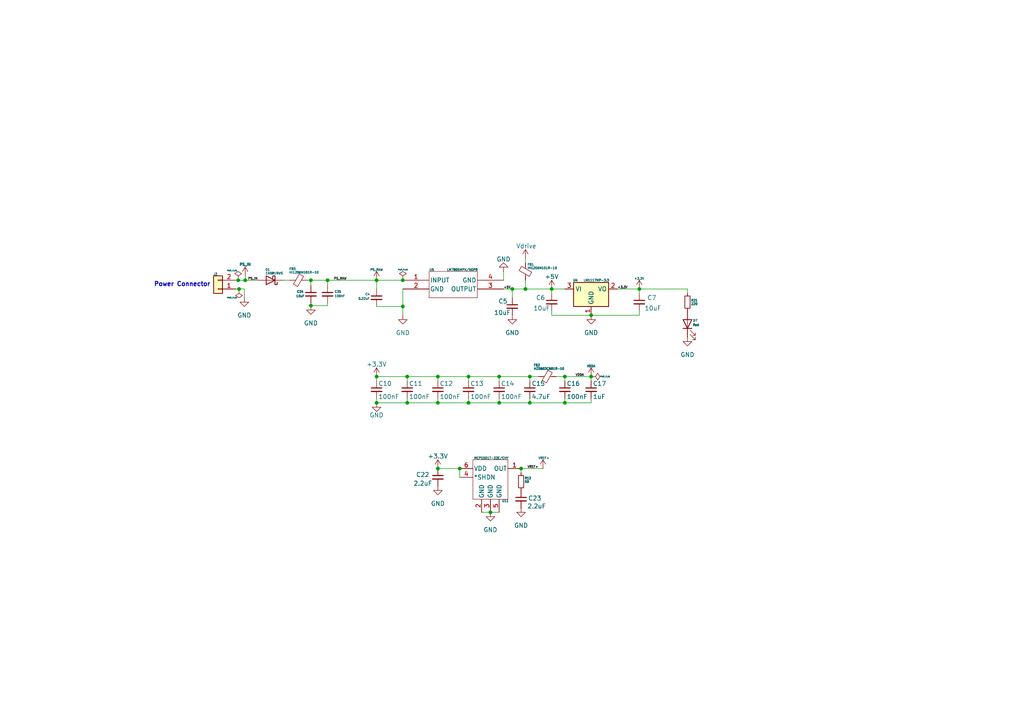
<source format=kicad_sch>
(kicad_sch (version 20250114) (generator "eeschema") (generator_version "9.0")
  (paper "A4")
  (lib_symbols
    (symbol "Connector_Generic:Conn_01x02" (pin_names (offset 1.016) (hide yes))
      (property "Reference" "J" (at 0 2.54 0))
      (property "Value" "Conn_01x02" (at 0 -5.08 0))
      (symbol "Conn_01x02_1_1"
        (rectangle (start -1.27 1.27) (end 1.27 -3.81) (stroke (width 0.254)) (fill (type background)))
        (rectangle (start -1.27 0.127) (end 0 -0.127) (stroke (width 0.1524)))
        (rectangle (start -1.27 -2.413) (end 0 -2.667) (stroke (width 0.1524)))
        (pin passive line (at -5.08 0 0) (length 3.81) (name "Pin_1") (number "1"))
        (pin passive line (at -5.08 -2.54 0) (length 3.81) (name "Pin_2") (number "2"))
      )
    )
    (symbol "Device:C_Small" (pin_numbers (hide yes)) (pin_names (offset 0.254) (hide yes))
      (property "Reference" "C" (at 0.254 1.778 0))
      (property "Value" "C_Small" (at 0.254 -2.032 0))
      (symbol "C_Small_0_1"
        (polyline (pts (xy -1.524 0.508) (xy 1.524 0.508)) (stroke (width 0.3048)))
        (polyline (pts (xy -1.524 -0.508) (xy 1.524 -0.508)) (stroke (width 0.3302)))
      )
      (symbol "C_Small_1_1"
        (pin passive line (at 0 2.54 270) (length 2.032) (name "~") (number "1"))
        (pin passive line (at 0 -2.54 90) (length 2.032) (name "~") (number "2"))
      )
    )
    (symbol "Device:FerriteBead_Small" (pin_numbers (hide yes)) (pin_names (offset 0))
      (property "Reference" "FB" (at 1.905 1.27 0))
      (property "Value" "FerriteBead_Small" (at 1.905 -1.27 0))
      (symbol "FerriteBead_Small_0_1"
        (polyline (pts (xy -1.8288 0.2794) (xy -1.1176 1.4986) (xy 1.8288 -0.2032) (xy 1.1176 -1.4224) (xy -1.8288 0.2794)))
        (polyline (pts (xy 0 0.889) (xy 0 1.2954)))
        (polyline (pts (xy 0 -1.27) (xy 0 -0.7874)))
      )
      (symbol "FerriteBead_Small_1_1"
        (pin passive line (at 0 2.54 270) (length 1.27) (name "~") (number "1"))
        (pin passive line (at 0 -2.54 90) (length 1.27) (name "~") (number "2"))
      )
    )
    (symbol "Device:LED" (pin_numbers (hide yes)) (pin_names (offset 1.016) (hide yes))
      (property "Reference" "D" (at 0 2.54 0))
      (property "Value" "LED" (at 0 -2.54 0))
      (symbol "LED_0_1"
        (polyline (pts (xy -3.048 -0.762) (xy -4.572 -2.286) (xy -3.81 -2.286) (xy -4.572 -2.286) (xy -4.572 -1.524)))
        (polyline (pts (xy -1.778 -0.762) (xy -3.302 -2.286) (xy -2.54 -2.286) (xy -3.302 -2.286) (xy -3.302 -1.524)))
        (polyline (pts (xy -1.27 0) (xy 1.27 0)))
        (polyline (pts (xy -1.27 -1.27) (xy -1.27 1.27)) (stroke (width 0.254)))
        (polyline (pts (xy 1.27 -1.27) (xy 1.27 1.27) (xy -1.27 0) (xy 1.27 -1.27)) (stroke (width 0.254)))
      )
      (symbol "LED_1_1"
        (pin passive line (at -3.81 0 0) (length 2.54) (name "K") (number "1"))
        (pin passive line (at 3.81 0 180) (length 2.54) (name "A") (number "2"))
      )
    )
    (symbol "Device:R_Small" (pin_numbers (hide yes)) (pin_names (offset 0.254) (hide yes))
      (property "Reference" "R" (at 0.762 0.508 0))
      (property "Value" "R_Small" (at 0.762 -1.016 0))
      (symbol "R_Small_0_1"
        (rectangle (start -0.762 1.778) (end 0.762 -1.778) (stroke (width 0.2032)))
      )
      (symbol "R_Small_1_1"
        (pin passive line (at 0 2.54 270) (length 0.762) (name "~") (number "1"))
        (pin passive line (at 0 -2.54 90) (length 0.762) (name "~") (number "2"))
      )
    )
    (symbol "Diode:1N5819WS" (pin_numbers (hide yes)) (pin_names (offset 1.016) (hide yes))
      (property "Reference" "D" (at 0 2.54 0))
      (property "Value" "1N5819WS" (at 0 -2.54 0))
      (symbol "1N5819WS_0_1"
        (polyline (pts (xy -1.905 0.635) (xy -1.905 1.27) (xy -1.27 1.27) (xy -1.27 -1.27) (xy -0.635 -1.27) (xy -0.635 -0.635)) (stroke (width 0.254)))
        (polyline (pts (xy 1.27 1.27) (xy 1.27 -1.27) (xy -1.27 0) (xy 1.27 1.27)) (stroke (width 0.254)))
        (polyline (pts (xy 1.27 0) (xy -1.27 0)))
      )
      (symbol "1N5819WS_1_1"
        (pin passive line (at -3.81 0 0) (length 2.54) (name "K") (number "1"))
        (pin passive line (at 3.81 0 180) (length 2.54) (name "A") (number "2"))
      )
    )
    (symbol "LM7805-SOT223:LM7805MPX_NOPB" (pin_names (offset 0.254))
      (property "Reference" "U5" (at 29.21 6.35 0))
      (property "Value" "LM7805MPX/NOPB" (at 29.21 3.81 0))
      (symbol "LM7805MPX_NOPB_0_1"
        (polyline (pts (xy 24.13 2.54) (xy 24.13 -5.08)) (stroke (width 0.127)))
        (polyline (pts (xy 24.13 -5.08) (xy 38.1 -5.08)) (stroke (width 0.127)))
        (polyline (pts (xy 38.1 2.54) (xy 24.13 2.54)) (stroke (width 0.127)))
        (polyline (pts (xy 38.1 -5.08) (xy 38.1 2.54)) (stroke (width 0.127)))
        (pin power_in line (at 16.51 -2.54 0) (length 7.62) (name "GND") (number "2"))
        (pin power_in line (at 45.72 0 180) (length 7.62) (name "GND") (number "4"))
      )
      (symbol "LM7805MPX_NOPB_1_1"
        (pin power_in line (at 16.51 0 0) (length 7.62) (name "INPUT") (number "1"))
        (pin power_out line (at 45.72 -2.54 180) (length 7.62) (name "OUTPUT") (number "3"))
      )
    )
    (symbol "MCP1501T-33E-CHY:MCP1501T-33E_CHY" (pin_names (offset 0.254))
      (property "Reference" "U16" (at 25.146 10.922 0))
      (property "Value" "MCP1501T-33E/CHY" (at 25.146 8.382 0))
      (symbol "MCP1501T-33E_CHY_0_1"
        (polyline (pts (xy 20.32 5.08) (xy 20.32 -6.35)) (stroke (width 0.127)))
        (polyline (pts (xy 20.32 -6.35) (xy 30.48 -6.35)) (stroke (width 0.127)))
        (polyline (pts (xy 30.48 5.08) (xy 20.32 5.08)) (stroke (width 0.127)))
        (polyline (pts (xy 30.48 -6.35) (xy 30.48 5.08)) (stroke (width 0.127)))
      )
      (symbol "MCP1501T-33E_CHY_1_1"
        (pin power_in line (at 16.51 2.54 0) (length 3.81) (name "VDD") (number "6"))
        (pin input line (at 16.51 0 0) (length 3.81) (name "*SHDN") (number "4"))
        (pin power_in line (at 22.86 -10.16 90) (length 3.81) (name "GND") (number "2"))
        (pin passive line (at 25.4 -10.16 90) (length 3.81) (name "GND") (number "3"))
        (pin passive line (at 27.94 -10.16 90) (length 3.81) (name "GND") (number "5"))
        (pin power_out line (at 34.29 2.54 180) (length 3.81) (name "OUT") (number "1"))
      )
    )
    (symbol "Regulator_Linear:LM1117MP-3.3"
      (property "Reference" "U" (at -3.81 3.175 0))
      (property "Value" "LM1117MP-3.3" (at 0 3.175 0))
      (symbol "LM1117MP-3.3_0_1"
        (rectangle (start -5.08 -5.08) (end 5.08 1.905) (stroke (width 0.254)) (fill (type background)))
      )
      (symbol "LM1117MP-3.3_1_1"
        (pin power_in line (at -7.62 0 0) (length 2.54) (name "VI") (number "3"))
        (pin power_in line (at 0 -7.62 90) (length 2.54) (name "GND") (number "1"))
        (pin power_out line (at 7.62 0 180) (length 2.54) (name "VO") (number "2"))
      )
    )
    (symbol "power:+3.3V" (power) (pin_numbers (hide yes)) (pin_names (offset 0) (hide yes))
      (property "Value" "+3.3V" (at 0 3.556 0))
      (symbol "+3.3V_0_1"
        (polyline (pts (xy -0.762 1.27) (xy 0 2.54)))
        (polyline (pts (xy 0 2.54) (xy 0.762 1.27)))
        (polyline (pts (xy 0 0) (xy 0 2.54)))
      )
      (symbol "+3.3V_1_1"
        (pin power_in line (at 0 0 90) (length 0) (name "~") (number "1"))
      )
    )
    (symbol "power:GND" (power) (pin_numbers (hide yes)) (pin_names (offset 0) (hide yes))
      (property "Value" "GND" (at 0 -3.81 0))
      (symbol "GND_0_1"
        (polyline (pts (xy 0 0) (xy 0 -1.27) (xy 1.27 -1.27) (xy 0 -2.54) (xy -1.27 -1.27) (xy 0 -1.27)))
      )
      (symbol "GND_1_1"
        (pin power_in line (at 0 0 270) (length 0) (name "~") (number "1"))
      )
    )
    (symbol "power:PWR_FLAG" (power) (pin_numbers (hide yes)) (pin_names (offset 0) (hide yes))
      (property "Value" "PWR_FLAG" (at 0 3.81 0))
      (symbol "PWR_FLAG_0_0"
        (pin power_out line (at 0 0 90) (length 0) (name "~") (number "1"))
      )
      (symbol "PWR_FLAG_0_1"
        (polyline (pts (xy 0 0) (xy 0 1.27) (xy -1.016 1.905) (xy 0 2.54) (xy 1.016 1.905) (xy 0 1.27)))
      )
    )
  )
  (text "Power Connector" (at 52.832 82.55 0) (effects (font (size 1.27 1.27) (thickness 0.254) (bold yes))))
  (junction (at 71.12 81.28))
  (junction (at 171.45 109.22))
  (junction (at 69.3301 83.82))
  (junction (at 160.02 83.82))
  (junction (at 94.996 81.28))
  (junction (at 148.59 83.82))
  (junction (at 118.11 116.84))
  (junction (at 127 109.22))
  (junction (at 118.11 109.22))
  (junction (at 135.89 116.84))
  (junction (at 109.22 109.22))
  (junction (at 127 116.84))
  (junction (at 109.22 81.28))
  (junction (at 151.13 135.89))
  (junction (at 90.17 88.646))
  (junction (at 153.67 116.84))
  (junction (at 163.83 116.84))
  (junction (at 69.088 81.28))
  (junction (at 127 135.89))
  (junction (at 185.42 83.82))
  (junction (at 116.84 88.9))
  (junction (at 109.22 116.84))
  (junction (at 144.78 109.22))
  (junction (at 163.83 109.22))
  (junction (at 116.84 81.28))
  (junction (at 133.35 135.89))
  (junction (at 152.4 83.82))
  (junction (at 90.17 81.28))
  (junction (at 135.89 109.22))
  (junction (at 144.78 116.84))
  (junction (at 153.67 109.22))
  (junction (at 171.45 91.44))
  (junction (at 142.24 148.59))
  (wire (pts (xy 68.326 83.82) (xy 69.3301 83.82)))
  (wire (pts (xy 127 109.22) (xy 135.89 109.22)))
  (wire (pts (xy 153.67 116.84) (xy 163.83 116.84)))
  (wire (pts (xy 148.59 83.82) (xy 152.4 83.82)))
  (wire (pts (xy 90.17 81.28) (xy 94.996 81.28)))
  (wire (pts (xy 160.02 90.17) (xy 160.02 91.44)))
  (wire (pts (xy 148.59 83.82) (xy 148.59 86.36)))
  (wire (pts (xy 185.42 91.44) (xy 171.45 91.44)))
  (wire (pts (xy 139.7 148.59) (xy 142.24 148.59)))
  (wire (pts (xy 109.22 88.9) (xy 116.84 88.9)))
  (wire (pts (xy 146.05 78.74) (xy 146.05 81.28)))
  (wire (pts (xy 71.12 80.01) (xy 71.12 81.28)))
  (wire (pts (xy 109.22 81.28) (xy 116.84 81.28)))
  (wire (pts (xy 163.83 109.22) (xy 161.29 109.22)))
  (wire (pts (xy 94.996 88.646) (xy 90.17 88.646)))
  (wire (pts (xy 68.326 81.28) (xy 69.088 81.28)))
  (wire (pts (xy 153.67 109.22) (xy 156.21 109.22)))
  (wire (pts (xy 171.45 110.49) (xy 171.45 109.22)))
  (wire (pts (xy 109.22 109.22) (xy 118.11 109.22)))
  (wire (pts (xy 160.02 83.82) (xy 163.83 83.82)))
  (wire (pts (xy 135.89 115.57) (xy 135.89 116.84)))
  (wire (pts (xy 142.24 148.59) (xy 144.78 148.59)))
  (wire (pts (xy 94.996 81.28) (xy 109.22 81.28)))
  (wire (pts (xy 153.67 109.22) (xy 153.67 110.49)))
  (wire (pts (xy 90.17 81.28) (xy 90.17 82.804)))
  (wire (pts (xy 109.22 110.49) (xy 109.22 109.22)))
  (wire (pts (xy 127 109.22) (xy 127 110.49)))
  (wire (pts (xy 152.4 81.28) (xy 152.4 83.82)))
  (wire (pts (xy 152.4 74.93) (xy 152.4 76.2)))
  (wire (pts (xy 116.84 88.9) (xy 116.84 91.44)))
  (wire (pts (xy 146.05 83.82) (xy 148.59 83.82)))
  (wire (pts (xy 118.11 109.22) (xy 118.11 110.49)))
  (wire (pts (xy 163.83 109.22) (xy 163.83 110.49)))
  (wire (pts (xy 109.22 116.84) (xy 118.11 116.84)))
  (wire (pts (xy 82.296 81.28) (xy 84.074 81.28)))
  (wire (pts (xy 160.02 83.82) (xy 160.02 85.09)))
  (wire (pts (xy 171.45 109.22) (xy 163.83 109.22)))
  (wire (pts (xy 89.154 81.28) (xy 90.17 81.28)))
  (wire (pts (xy 118.11 109.22) (xy 127 109.22)))
  (wire (pts (xy 171.45 115.57) (xy 171.45 116.84)))
  (wire (pts (xy 171.45 116.84) (xy 163.83 116.84)))
  (wire (pts (xy 144.78 109.22) (xy 153.67 109.22)))
  (wire (pts (xy 179.07 83.82) (xy 185.42 83.82)))
  (wire (pts (xy 94.996 87.884) (xy 94.996 88.646)))
  (wire (pts (xy 185.42 83.82) (xy 199.39 83.82)))
  (wire (pts (xy 127 116.84) (xy 135.89 116.84)))
  (wire (pts (xy 135.89 109.22) (xy 135.89 110.49)))
  (wire (pts (xy 185.42 90.17) (xy 185.42 91.44)))
  (wire (pts (xy 199.39 83.82) (xy 199.39 85.09)))
  (wire (pts (xy 151.13 135.89) (xy 157.48 135.89)))
  (wire (pts (xy 135.89 109.22) (xy 144.78 109.22)))
  (wire (pts (xy 151.13 137.16) (xy 151.13 135.89)))
  (wire (pts (xy 118.11 115.57) (xy 118.11 116.84)))
  (wire (pts (xy 109.22 81.28) (xy 109.22 83.82)))
  (wire (pts (xy 144.78 115.57) (xy 144.78 116.84)))
  (wire (pts (xy 127 135.89) (xy 133.35 135.89)))
  (wire (pts (xy 69.088 81.28) (xy 71.12 81.28)))
  (wire (pts (xy 152.4 83.82) (xy 160.02 83.82)))
  (wire (pts (xy 160.02 91.44) (xy 171.45 91.44)))
  (wire (pts (xy 71.12 81.28) (xy 74.676 81.28)))
  (wire (pts (xy 133.35 135.89) (xy 133.35 138.43)))
  (wire (pts (xy 144.78 109.22) (xy 144.78 110.49)))
  (wire (pts (xy 116.84 83.82) (xy 116.84 88.9)))
  (wire (pts (xy 153.67 116.84) (xy 153.67 115.57)))
  (wire (pts (xy 144.78 116.84) (xy 153.67 116.84)))
  (wire (pts (xy 135.89 116.84) (xy 144.78 116.84)))
  (wire (pts (xy 163.83 115.57) (xy 163.83 116.84)))
  (wire (pts (xy 69.3301 83.82) (xy 70.866 83.82)))
  (wire (pts (xy 94.996 81.28) (xy 94.996 82.804)))
  (wire (pts (xy 127 115.57) (xy 127 116.84)))
  (wire (pts (xy 90.17 87.884) (xy 90.17 88.646)))
  (wire (pts (xy 118.11 116.84) (xy 127 116.84)))
  (wire (pts (xy 70.866 83.82) (xy 70.866 86.36)))
  (wire (pts (xy 185.42 83.82) (xy 185.42 85.09)))
  (wire (pts (xy 109.22 115.57) (xy 109.22 116.84)))
  (label "PS_IN" (at 71.882 81.28 0) (effects (font (size 0.635 0.635))))
  (label "VDDA" (at 166.878 109.22 0) (effects (font (size 0.635 0.635))))
  (label "VREF+" (at 152.908 135.89 0) (effects (font (size 0.635 0.635))))
  (label "PS_RAW" (at 96.774 81.28 0) (effects (font (size 0.635 0.635))))
  (label "+5V" (at 146.05 83.82 0) (effects (font (size 0.635 0.635))))
  (label "+3.3V" (at 179.07 83.82 0) (effects (font (size 0.635 0.635))))
  (symbol (lib_id "Device:C_Small") (at 109.22 86.36 0) (unit 1)
    (property "Reference" "C4" (at 105.918 85.344 0) (effects (font (size 0.635 0.635)) (justify left)))
    (property "Value" "0.22uF" (at 103.886 86.614 0) (effects (font (size 0.635 0.635)) (justify left)))
    (property "Footprint" "Capacitor_SMD:C_0603_1608Metric" (effects (hide yes)))
    (property "Description" "Unpolarized capacitor, small symbol" (effects (hide yes)))
  )
  (symbol (lib_id "Device:C_Small") (at 135.89 113.03 0) (unit 1)
    (property "Reference" "C13" (at 136.398 111.252 0) (effects (justify left)))
    (property "Value" "100nF" (at 136.398 115.062 0) (effects (justify left)))
    (property "Footprint" "Capacitor_SMD:C_0603_1608Metric" (effects (hide yes)))
    (property "Description" "Unpolarized capacitor, small symbol" (effects (hide yes)))
  )
  (symbol (lib_id "power:+3.3V") (at 171.45 109.22 0) (unit 1)
    (property "Reference" "#PWR025" (effects (hide yes)))
    (property "Value" "VDDA" (at 171.45 106.172 0) (effects (font (size 0.635 0.635))))
    (property "Description" "Power symbol creates a global label with name \"+3.3V\"" (effects (hide yes)))
  )
  (symbol (lib_id "Device:C_Small") (at 118.11 113.03 0) (unit 1)
    (property "Reference" "C11" (at 118.618 111.252 0) (effects (justify left)))
    (property "Value" "100nF" (at 118.618 115.062 0) (effects (justify left)))
    (property "Footprint" "Capacitor_SMD:C_0603_1608Metric" (effects (hide yes)))
    (property "Description" "Unpolarized capacitor, small symbol" (effects (hide yes)))
  )
  (symbol (lib_id "Device:C_Small") (at 160.02 87.63 0) (unit 1)
    (property "Reference" "C6" (at 155.448 86.36 0) (effects (justify left)))
    (property "Value" "10uF" (at 154.686 89.408 0) (effects (justify left)))
    (property "Footprint" "Capacitor_SMD:C_0805_2012Metric" (effects (hide yes)))
    (property "Description" "Unpolarized capacitor, small symbol" (effects (hide yes)))
  )
  (symbol (lib_id "power:GND") (at 199.39 97.79 0) (unit 1)
    (property "Reference" "#PWR030" (effects (hide yes)))
    (property "Value" "GND" (at 199.39 102.87 0))
    (property "Description" "Power symbol creates a global label with name \"GND\" , ground" (effects (hide yes)))
  )
  (symbol (lib_id "Device:C_Small") (at 163.83 113.03 0) (unit 1)
    (property "Reference" "C16" (at 164.338 111.252 0) (effects (justify left)))
    (property "Value" "100nF" (at 164.338 115.062 0) (effects (justify left)))
    (property "Footprint" "Capacitor_SMD:C_0603_1608Metric" (effects (hide yes)))
    (property "Description" "Unpolarized capacitor, small symbol" (effects (hide yes)))
  )
  (symbol (lib_id "power:PWR_FLAG") (at 69.088 81.28 0) (unit 1)
    (property "Reference" "#FLG01" (effects (hide yes)))
    (property "Value" "PWR_FLAG" (at 67.31 78.486 0) (effects (font (size 0.381 0.381))))
    (property "Description" "Special symbol for telling ERC where power comes from" (effects (hide yes)))
  )
  (symbol (lib_id "power:+3.3V") (at 185.42 83.82 0) (unit 1)
    (property "Reference" "#PWR021" (effects (hide yes)))
    (property "Value" "+3.3V" (at 185.42 80.772 0) (effects (font (size 0.635 0.635))))
    (property "Description" "Power symbol creates a global label with name \"+3.3V\"" (effects (hide yes)))
  )
  (symbol (lib_id "power:GND") (at 151.13 147.32 0) (unit 1)
    (property "Reference" "#PWR060" (effects (hide yes)))
    (property "Value" "GND" (at 151.13 152.4 0))
    (property "Description" "Power symbol creates a global label with name \"GND\" , ground" (effects (hide yes)))
  )
  (symbol (lib_id "power:GND") (at 171.45 91.44 0) (unit 1)
    (property "Reference" "#PWR020" (effects (hide yes)))
    (property "Value" "GND" (at 171.45 96.52 0))
    (property "Description" "Power symbol creates a global label with name \"GND\" , ground" (effects (hide yes)))
  )
  (symbol (lib_id "Device:C_Small") (at 127 113.03 0) (unit 1)
    (property "Reference" "C12" (at 127.508 111.252 0) (effects (justify left)))
    (property "Value" "100nF" (at 127.508 115.062 0) (effects (justify left)))
    (property "Footprint" "Capacitor_SMD:C_0603_1608Metric" (effects (hide yes)))
    (property "Description" "Unpolarized capacitor, small symbol" (effects (hide yes)))
  )
  (symbol (lib_id "power:GND") (at 70.866 86.36 0) (unit 1)
    (property "Reference" "#PWR04" (effects (hide yes)))
    (property "Value" "GND" (at 70.866 91.44 0))
    (property "Description" "Power symbol creates a global label with name \"GND\" , ground" (effects (hide yes)))
  )
  (symbol (lib_id "power:GND") (at 90.17 88.646 0) (unit 1)
    (property "Reference" "#PWR039" (effects (hide yes)))
    (property "Value" "GND" (at 90.17 93.726 0))
    (property "Description" "Power symbol creates a global label with name \"GND\" , ground" (effects (hide yes)))
  )
  (symbol (lib_id "power:GND") (at 146.05 78.74 180) (unit 1)
    (property "Reference" "#PWR09" (effects (hide yes)))
    (property "Value" "GND" (at 146.05 75.184 0))
    (property "Description" "Power symbol creates a global label with name \"GND\" , ground" (effects (hide yes)))
  )
  (symbol (lib_id "Device:R_Small") (at 199.39 87.63 0) (unit 1)
    (property "Reference" "R21" (at 200.406 87.122 0) (effects (font (size 0.635 0.635)) (justify left)))
    (property "Value" "220" (at 200.406 88.138 0) (effects (font (size 0.635 0.635)) (justify left)))
    (property "Footprint" "Resistor_SMD:R_0603_1608Metric" (effects (hide yes)))
    (property "Description" "Resistor, small symbol" (effects (hide yes)))
  )
  (symbol (lib_id "Device:C_Small") (at 185.42 87.63 0) (unit 1)
    (property "Reference" "C7" (at 187.706 86.36 0) (effects (justify left)))
    (property "Value" "10uF" (at 186.944 89.408 0) (effects (justify left)))
    (property "Footprint" "Capacitor_SMD:C_0805_2012Metric" (effects (hide yes)))
    (property "Description" "Unpolarized capacitor, small symbol" (effects (hide yes)))
  )
  (symbol (lib_id "power:GND") (at 148.59 91.44 0) (unit 1)
    (property "Reference" "#PWR010" (effects (hide yes)))
    (property "Value" "GND" (at 148.59 96.52 0))
    (property "Description" "Power symbol creates a global label with name \"GND\" , ground" (effects (hide yes)))
  )
  (symbol (lib_id "Device:LED") (at 199.39 93.98 90) (unit 1)
    (property "Reference" "D7" (at 200.914 92.964 90) (effects (font (size 0.635 0.635) (thickness 0.127) (bold yes)) (justify right)))
    (property "Value" "Red" (at 200.914 94.234 90) (effects (font (size 0.635 0.635)) (justify right)))
    (property "Footprint" "LED_SMD:LED_0603_1608Metric" (effects (hide yes)))
    (property "Description" "Light emitting diode" (effects (hide yes)))
  )
  (symbol (lib_id "power:+3.3V") (at 109.22 81.28 0) (unit 1)
    (property "Reference" "#PWR077" (effects (hide yes)))
    (property "Value" "PS_RAW" (at 109.22 78.232 0) (effects (font (size 0.635 0.635) (thickness 0.2032) (bold yes))))
    (property "Description" "Power symbol creates a global label with name \"+3.3V\"" (effects (hide yes)))
  )
  (symbol (lib_id "Device:FerriteBead_Small") (at 86.614 81.28 90) (unit 1)
    (property "Reference" "FB3" (at 83.82 77.978 90) (effects (font (size 0.635 0.635) (thickness 0.127) (bold yes)) (justify right)))
    (property "Value" "HI1206N101R-10" (at 83.82 78.994 90) (effects (font (size 0.635 0.635) (thickness 0.127) (bold yes)) (justify right)))
    (property "Footprint" "Inductor_SMD:L_0603_1608Metric" (effects (hide yes)))
    (property "Description" "Ferrite bead, small symbol" (effects (hide yes)))
  )
  (symbol (lib_id "Connector_Generic:Conn_01x02") (at 63.246 83.82 180) (unit 1)
    (property "Reference" "J2" (at 62.484 79.502 0) (effects (font (size 0.635 0.635) (thickness 0.127) (bold yes))))
    (property "Value" "PS_IN" (effects (hide yes)))
    (property "Footprint" "Connector_Molex:Conn_1x2_MiniFit_1724480002" (effects (hide yes)))
    (property "Description" "Generic connector, single row, 01x02, script generated (kicad-library-utils/schlib/autogen/connector/)" (effects (hide yes)))
  )
  (symbol (lib_id "Device:C_Small") (at 151.13 144.78 0) (unit 1)
    (property "Reference" "C23" (at 153.162 144.526 0) (effects (justify left)))
    (property "Value" "2.2uF" (at 152.908 146.812 0) (effects (justify left)))
    (property "Footprint" "Capacitor_SMD:C_0603_1608Metric" (effects (hide yes)))
    (property "Description" "Unpolarized capacitor, small symbol" (effects (hide yes)))
  )
  (symbol (lib_id "power:PWR_FLAG") (at 116.84 81.28 0) (unit 1)
    (property "Reference" "#FLG07" (effects (hide yes)))
    (property "Value" "PWR_FLAG" (at 116.84 78.232 0) (effects (font (size 0.381 0.381))))
    (property "Description" "Special symbol for telling ERC where power comes from" (effects (hide yes)))
  )
  (symbol (lib_id "power:+3.3V") (at 160.02 83.82 0) (unit 1)
    (property "Reference" "#PWR069" (effects (hide yes)))
    (property "Value" "+5V" (at 160.02 80.264 0))
    (property "Description" "Power symbol creates a global label with name \"+3.3V\"" (effects (hide yes)))
  )
  (symbol (lib_id "power:+3.3V") (at 127 135.89 0) (unit 1)
    (property "Reference" "#PWR058" (effects (hide yes)))
    (property "Value" "+3.3V" (at 127 132.334 0))
    (property "Description" "Power symbol creates a global label with name \"+3.3V\"" (effects (hide yes)))
  )
  (symbol (lib_id "Device:C_Small") (at 148.59 88.9 0) (unit 1)
    (property "Reference" "C5" (at 144.526 87.376 0) (effects (justify left)))
    (property "Value" "10uF" (at 143.256 90.678 0) (effects (justify left)))
    (property "Footprint" "Capacitor_SMD:C_0805_2012Metric" (effects (hide yes)))
    (property "Description" "Unpolarized capacitor, small symbol" (effects (hide yes)))
  )
  (symbol (lib_id "Device:C_Small") (at 171.45 113.03 0) (unit 1)
    (property "Reference" "C17" (at 171.958 111.252 0) (effects (justify left)))
    (property "Value" "1uF" (at 171.958 115.062 0) (effects (justify left)))
    (property "Footprint" "Capacitor_SMD:C_0603_1608Metric" (effects (hide yes)))
    (property "Description" "Unpolarized capacitor, small symbol" (effects (hide yes)))
  )
  (symbol (lib_id "Device:C_Small") (at 94.996 85.344 0) (unit 1)
    (property "Reference" "C35" (at 97.028 84.582 0) (effects (font (size 0.635 0.635)) (justify left)))
    (property "Value" "100nF" (at 97.028 85.852 0) (effects (font (size 0.635 0.635)) (justify left)))
    (property "Footprint" "Capacitor_SMD:C_0603_1608Metric" (effects (hide yes)))
    (property "Description" "Unpolarized capacitor, small symbol" (effects (hide yes)))
  )
  (symbol (lib_id "Device:C_Small") (at 144.78 113.03 0) (unit 1)
    (property "Reference" "C14" (at 145.288 111.252 0) (effects (justify left)))
    (property "Value" "100nF" (at 145.288 115.062 0) (effects (justify left)))
    (property "Footprint" "Capacitor_SMD:C_0603_1608Metric" (effects (hide yes)))
    (property "Description" "Unpolarized capacitor, small symbol" (effects (hide yes)))
  )
  (symbol (lib_id "Device:C_Small") (at 127 138.43 0) (unit 1)
    (property "Reference" "C22" (at 120.65 137.668 0) (effects (justify left)))
    (property "Value" "2.2uF" (at 119.888 140.208 0) (effects (justify left)))
    (property "Footprint" "Capacitor_SMD:C_0603_1608Metric" (effects (hide yes)))
    (property "Description" "Unpolarized capacitor, small symbol" (effects (hide yes)))
  )
  (symbol (lib_id "MCP1501T-33E-CHY:MCP1501T-33E_CHY") (at 116.84 138.43 0) (unit 1)
    (property "Reference" "U11" (at 146.558 145.288 0) (effects (font (size 0.635 0.635) (thickness 0.127) (bold yes))))
    (property "Value" "MCP1501T-33E/CHY" (at 142.494 132.842 0) (effects (font (size 0.635 0.635) (thickness 0.127) (bold yes))))
    (property "Footprint" "MCP1501T-33E-CHY:SOT-23-6_CHY_MCH" (effects (hide yes)))
    (property "Datasheet" "MCP1501T-33E/CHY" (effects (hide yes)))
  )
  (symbol (lib_id "Regulator_Linear:LM1117MP-3.3") (at 171.45 83.82 0) (unit 1)
    (property "Reference" "U4" (at 166.878 81.28 0) (effects (font (size 0.635 0.635))))
    (property "Value" "LM1117MP-3.3" (at 172.974 81.28 0) (effects (font (size 0.635 0.635) (thickness 0.127) (bold yes))))
    (property "Footprint" "LM1117MPX-33NOPB:SOT223-318H_OSI-M" (effects (hide yes)))
    (property "Datasheet" "http://www.ti.com/lit/ds/symlink/lm1117.pdf" (effects (hide yes)))
    (property "Description" "800mA Low-Dropout Linear Regulator, 3.3V fixed output, SOT-223" (effects (hide yes)))
  )
  (symbol (lib_id "power:GND") (at 116.84 91.44 0) (unit 1)
    (property "Reference" "#PWR01" (effects (hide yes)))
    (property "Value" "GND" (at 116.84 96.52 0))
    (property "Description" "Power symbol creates a global label with name \"GND\" , ground" (effects (hide yes)))
  )
  (symbol (lib_id "Device:C_Small") (at 109.22 113.03 0) (unit 1)
    (property "Reference" "C10" (at 109.728 111.252 0) (effects (justify left)))
    (property "Value" "100nF" (at 109.728 115.062 0) (effects (justify left)))
    (property "Footprint" "Capacitor_SMD:C_0603_1608Metric" (effects (hide yes)))
    (property "Description" "Unpolarized capacitor, small symbol" (effects (hide yes)))
  )
  (symbol (lib_id "Device:FerriteBead_Small") (at 152.4 78.74 0) (unit 1)
    (property "Reference" "FB1" (at 152.908 76.708 0) (effects (font (size 0.635 0.635) (thickness 0.127) (bold yes)) (justify left)))
    (property "Value" "HI1206N101R-10" (at 152.908 77.724 0) (effects (font (size 0.635 0.635) (thickness 0.127) (bold yes)) (justify left)))
    (property "Footprint" "Inductor_SMD:L_0603_1608Metric" (effects (hide yes)))
    (property "Description" "Ferrite bead, small symbol" (effects (hide yes)))
  )
  (symbol (lib_id "power:GND") (at 109.22 116.84 0) (unit 1)
    (property "Reference" "#PWR016" (effects (hide yes)))
    (property "Value" "GND" (at 109.22 120.396 0))
    (property "Description" "Power symbol creates a global label with name \"GND\" , ground" (effects (hide yes)))
  )
  (symbol (lib_id "power:GND") (at 142.24 148.59 0) (unit 1)
    (property "Reference" "#PWR057" (effects (hide yes)))
    (property "Value" "GND" (at 142.24 153.67 0))
    (property "Description" "Power symbol creates a global label with name \"GND\" , ground" (effects (hide yes)))
  )
  (symbol (lib_id "power:+3.3V") (at 152.4 74.93 0) (unit 1)
    (property "Reference" "#PWR023" (effects (hide yes)))
    (property "Value" "Vdrive" (at 152.654 71.374 0))
    (property "Description" "Power symbol creates a global label with name \"+3.3V\"" (effects (hide yes)))
  )
  (symbol (lib_id "power:PWR_FLAG") (at 69.3301 83.82 180) (unit 1)
    (property "Reference" "#FLG02" (effects (hide yes)))
    (property "Value" "PWR_FLAG" (at 67.31 86.36 0) (effects (font (size 0.381 0.381))))
    (property "Description" "Special symbol for telling ERC where power comes from" (effects (hide yes)))
  )
  (symbol (lib_id "Device:C_Small") (at 90.17 85.344 0) (unit 1)
    (property "Reference" "C34" (at 86.106 84.582 0) (effects (font (size 0.635 0.635)) (justify left)))
    (property "Value" "10uF" (at 85.852 85.852 0) (effects (font (size 0.635 0.635)) (justify left)))
    (property "Footprint" "Capacitor_SMD:C_0805_2012Metric" (effects (hide yes)))
    (property "Description" "Unpolarized capacitor, small symbol" (effects (hide yes)))
  )
  (symbol (lib_id "Device:C_Small") (at 153.67 113.03 0) (unit 1)
    (property "Reference" "C15" (at 154.178 111.252 0) (effects (justify left)))
    (property "Value" "4.7uF" (at 154.178 115.062 0) (effects (justify left)))
    (property "Footprint" "Capacitor_SMD:C_0805_2012Metric" (effects (hide yes)))
    (property "Description" "Unpolarized capacitor, small symbol" (effects (hide yes)))
  )
  (symbol (lib_id "power:+3.3V") (at 157.48 135.89 0) (unit 1)
    (property "Reference" "#PWR061" (effects (hide yes)))
    (property "Value" "VREF+" (at 157.734 132.842 0) (effects (font (size 0.635 0.635))))
    (property "Description" "Power symbol creates a global label with name \"+3.3V\"" (effects (hide yes)))
  )
  (symbol (lib_id "power:PWR_FLAG") (at 171.45 109.22 270) (unit 1)
    (property "Reference" "#FLG08" (effects (hide yes)))
    (property "Value" "PWR_FLAG" (at 175.514 109.22 90) (effects (font (size 0.381 0.381))))
    (property "Description" "Special symbol for telling ERC where power comes from" (effects (hide yes)))
  )
  (symbol (lib_id "Device:FerriteBead_Small") (at 158.75 109.22 90) (unit 1)
    (property "Reference" "FB2" (at 155.702 105.918 90) (effects (font (size 0.635 0.635))))
    (property "Value" "HZ0603C601R-10" (at 159.258 106.934 90) (effects (font (size 0.635 0.635))))
    (property "Footprint" "Inductor_SMD:L_0603_1608Metric" (effects (hide yes)))
    (property "Description" "Ferrite bead, small symbol" (effects (hide yes)))
  )
  (symbol (lib_id "LM7805-SOT223:LM7805MPX_NOPB") (at 100.33 81.28 0) (unit 1)
    (property "Reference" "U5" (at 125.222 78.232 0) (effects (font (size 0.635 0.635) (thickness 0.127) (bold yes))))
    (property "Value" "LM7805MPX/NOPB" (at 134.112 78.232 0) (effects (font (size 0.635 0.635) (thickness 0.127) (bold yes))))
    (property "Footprint" "LM7805MPX_NOPB:LM7805MPX_NOPB" (effects (hide yes)))
    (property "Datasheet" "https://www.ti.com/lit/gpn/lm7800" (effects (hide yes)))
  )
  (symbol (lib_id "power:GND") (at 127 140.97 0) (unit 1)
    (property "Reference" "#PWR059" (effects (hide yes)))
    (property "Value" "GND" (at 127 146.05 0))
    (property "Description" "Power symbol creates a global label with name \"GND\" , ground" (effects (hide yes)))
  )
  (symbol (lib_id "Device:R_Small") (at 151.13 139.7 0) (unit 1)
    (property "Reference" "R12" (at 152.146 138.684 0) (effects (font (size 0.635 0.635)) (justify left)))
    (property "Value" "50" (at 152.146 139.7 0) (effects (font (size 0.635 0.635)) (justify left)))
    (property "Footprint" "Resistor_SMD:R_0603_1608Metric" (effects (hide yes)))
    (property "Description" "Resistor, small symbol" (effects (hide yes)))
  )
  (symbol (lib_id "power:+3.3V") (at 109.22 109.22 0) (unit 1)
    (property "Reference" "#PWR014" (effects (hide yes)))
    (property "Value" "+3.3V" (at 109.22 105.664 0))
    (property "Description" "Power symbol creates a global label with name \"+3.3V\"" (effects (hide yes)))
  )
  (symbol (lib_id "Diode:1N5819WS") (at 78.486 81.28 180) (unit 1)
    (property "Reference" "D1" (at 76.962 78.232 0) (effects (font (size 0.635 0.635)) (justify right)))
    (property "Value" "1N5819WS" (at 76.962 79.248 0) (effects (font (size 0.635 0.635)) (justify right)))
    (property "Footprint" "Diode_SMD:D_SOD-323" (effects (hide yes)))
    (property "Datasheet" "https://datasheet.lcsc.com/lcsc/2204281430_Guangdong-Hottech-1N5819WS_C191023.pdf" (effects (hide yes)))
    (property "Description" "40V 600mV@1A 1A SOD-323 Schottky Barrier Diodes, SOD-323" (effects (hide yes)))
  )
  (symbol (lib_id "power:+3.3V") (at 71.12 80.01 0) (unit 1)
    (property "Reference" "#PWR024" (effects (hide yes)))
    (property "Value" "PS_IN" (at 71.12 76.708 0) (effects (font (size 0.762 0.762) (thickness 0.2032) (bold yes))))
    (property "Description" "Power symbol creates a global label with name \"+3.3V\"" (effects (hide yes)))
  )
)
</source>
